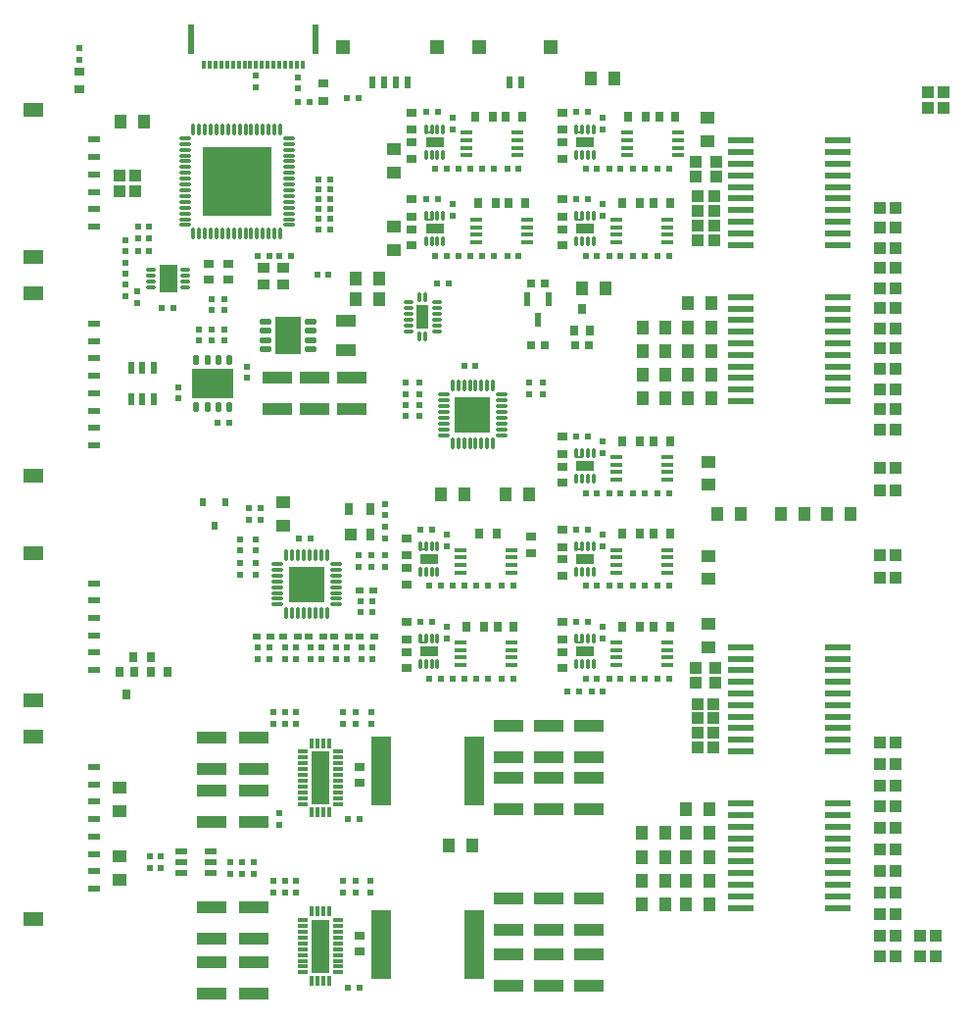
<source format=gtp>
G04 Layer_Color=8421504*
%FSLAX44Y44*%
%MOMM*%
G71*
G01*
G75*
%ADD10R,1.8000X1.0000*%
G04:AMPARAMS|DCode=11|XSize=0.3mm|YSize=0.9mm|CornerRadius=0.03mm|HoleSize=0mm|Usage=FLASHONLY|Rotation=90.000|XOffset=0mm|YOffset=0mm|HoleType=Round|Shape=RoundedRectangle|*
%AMROUNDEDRECTD11*
21,1,0.3000,0.8400,0,0,90.0*
21,1,0.2400,0.9000,0,0,90.0*
1,1,0.0600,0.4200,0.1200*
1,1,0.0600,0.4200,-0.1200*
1,1,0.0600,-0.4200,-0.1200*
1,1,0.0600,-0.4200,0.1200*
%
%ADD11ROUNDEDRECTD11*%
G04:AMPARAMS|DCode=12|XSize=0.3mm|YSize=0.9mm|CornerRadius=0.03mm|HoleSize=0mm|Usage=FLASHONLY|Rotation=0.000|XOffset=0mm|YOffset=0mm|HoleType=Round|Shape=RoundedRectangle|*
%AMROUNDEDRECTD12*
21,1,0.3000,0.8400,0,0,0.0*
21,1,0.2400,0.9000,0,0,0.0*
1,1,0.0600,0.1200,-0.4200*
1,1,0.0600,-0.1200,-0.4200*
1,1,0.0600,-0.1200,0.4200*
1,1,0.0600,0.1200,0.4200*
%
%ADD12ROUNDEDRECTD12*%
%ADD13R,1.6500X4.6500*%
%ADD14R,1.0000X0.5500*%
%ADD15R,0.6000X1.2000*%
%ADD16R,0.6000X1.0500*%
%ADD17R,0.5500X0.8000*%
G04:AMPARAMS|DCode=18|XSize=0.7mm|YSize=1.1mm|CornerRadius=0.035mm|HoleSize=0mm|Usage=FLASHONLY|Rotation=0.000|XOffset=0mm|YOffset=0mm|HoleType=Round|Shape=RoundedRectangle|*
%AMROUNDEDRECTD18*
21,1,0.7000,1.0300,0,0,0.0*
21,1,0.6300,1.1000,0,0,0.0*
1,1,0.0700,0.3150,-0.5150*
1,1,0.0700,-0.3150,-0.5150*
1,1,0.0700,-0.3150,0.5150*
1,1,0.0700,0.3150,0.5150*
%
%ADD18ROUNDEDRECTD18*%
G04:AMPARAMS|DCode=19|XSize=1.1mm|YSize=1.1mm|CornerRadius=0.055mm|HoleSize=0mm|Usage=FLASHONLY|Rotation=0.000|XOffset=0mm|YOffset=0mm|HoleType=Round|Shape=RoundedRectangle|*
%AMROUNDEDRECTD19*
21,1,1.1000,0.9900,0,0,0.0*
21,1,0.9900,1.1000,0,0,0.0*
1,1,0.1100,0.4950,-0.4950*
1,1,0.1100,-0.4950,-0.4950*
1,1,0.1100,-0.4950,0.4950*
1,1,0.1100,0.4950,0.4950*
%
%ADD19ROUNDEDRECTD19*%
G04:AMPARAMS|DCode=20|XSize=0.3mm|YSize=1mm|CornerRadius=0.12mm|HoleSize=0mm|Usage=FLASHONLY|Rotation=90.000|XOffset=0mm|YOffset=0mm|HoleType=Round|Shape=RoundedRectangle|*
%AMROUNDEDRECTD20*
21,1,0.3000,0.7600,0,0,90.0*
21,1,0.0600,1.0000,0,0,90.0*
1,1,0.2400,0.3800,0.0300*
1,1,0.2400,0.3800,-0.0300*
1,1,0.2400,-0.3800,-0.0300*
1,1,0.2400,-0.3800,0.0300*
%
%ADD20ROUNDEDRECTD20*%
G04:AMPARAMS|DCode=21|XSize=0.3mm|YSize=1mm|CornerRadius=0.12mm|HoleSize=0mm|Usage=FLASHONLY|Rotation=0.000|XOffset=0mm|YOffset=0mm|HoleType=Round|Shape=RoundedRectangle|*
%AMROUNDEDRECTD21*
21,1,0.3000,0.7600,0,0,0.0*
21,1,0.0600,1.0000,0,0,0.0*
1,1,0.2400,0.0300,-0.3800*
1,1,0.2400,-0.0300,-0.3800*
1,1,0.2400,-0.0300,0.3800*
1,1,0.2400,0.0300,0.3800*
%
%ADD21ROUNDEDRECTD21*%
%ADD22R,6.0000X6.0000*%
G04:AMPARAMS|DCode=23|XSize=0.3mm|YSize=1mm|CornerRadius=0.075mm|HoleSize=0mm|Usage=FLASHONLY|Rotation=90.000|XOffset=0mm|YOffset=0mm|HoleType=Round|Shape=RoundedRectangle|*
%AMROUNDEDRECTD23*
21,1,0.3000,0.8500,0,0,90.0*
21,1,0.1500,1.0000,0,0,90.0*
1,1,0.1500,0.4250,0.0750*
1,1,0.1500,0.4250,-0.0750*
1,1,0.1500,-0.4250,-0.0750*
1,1,0.1500,-0.4250,0.0750*
%
%ADD23ROUNDEDRECTD23*%
G04:AMPARAMS|DCode=24|XSize=0.3mm|YSize=1mm|CornerRadius=0.075mm|HoleSize=0mm|Usage=FLASHONLY|Rotation=0.000|XOffset=0mm|YOffset=0mm|HoleType=Round|Shape=RoundedRectangle|*
%AMROUNDEDRECTD24*
21,1,0.3000,0.8500,0,0,0.0*
21,1,0.1500,1.0000,0,0,0.0*
1,1,0.1500,0.0750,-0.4250*
1,1,0.1500,-0.0750,-0.4250*
1,1,0.1500,-0.0750,0.4250*
1,1,0.1500,0.0750,0.4250*
%
%ADD24ROUNDEDRECTD24*%
%ADD25R,3.1500X3.1500*%
%ADD26R,1.0500X0.6000*%
%ADD27R,1.8000X1.2500*%
%ADD28R,1.2600X1.3000*%
%ADD29R,0.5000X1.0000*%
%ADD30R,0.7000X0.9000*%
%ADD31R,2.2600X0.6100*%
%ADD32R,1.0000X0.8500*%
%ADD33R,1.1000X2.1000*%
G04:AMPARAMS|DCode=34|XSize=0.3mm|YSize=0.8mm|CornerRadius=0.03mm|HoleSize=0mm|Usage=FLASHONLY|Rotation=0.000|XOffset=0mm|YOffset=0mm|HoleType=Round|Shape=RoundedRectangle|*
%AMROUNDEDRECTD34*
21,1,0.3000,0.7400,0,0,0.0*
21,1,0.2400,0.8000,0,0,0.0*
1,1,0.0600,0.1200,-0.3700*
1,1,0.0600,-0.1200,-0.3700*
1,1,0.0600,-0.1200,0.3700*
1,1,0.0600,0.1200,0.3700*
%
%ADD34ROUNDEDRECTD34*%
G04:AMPARAMS|DCode=35|XSize=0.3mm|YSize=0.8mm|CornerRadius=0.03mm|HoleSize=0mm|Usage=FLASHONLY|Rotation=90.000|XOffset=0mm|YOffset=0mm|HoleType=Round|Shape=RoundedRectangle|*
%AMROUNDEDRECTD35*
21,1,0.3000,0.7400,0,0,90.0*
21,1,0.2400,0.8000,0,0,90.0*
1,1,0.0600,0.3700,0.1200*
1,1,0.0600,0.3700,-0.1200*
1,1,0.0600,-0.3700,-0.1200*
1,1,0.0600,-0.3700,0.1200*
%
%ADD35ROUNDEDRECTD35*%
G04:AMPARAMS|DCode=36|XSize=0.3mm|YSize=0.8mm|CornerRadius=0.075mm|HoleSize=0mm|Usage=FLASHONLY|Rotation=180.000|XOffset=0mm|YOffset=0mm|HoleType=Round|Shape=RoundedRectangle|*
%AMROUNDEDRECTD36*
21,1,0.3000,0.6500,0,0,180.0*
21,1,0.1500,0.8000,0,0,180.0*
1,1,0.1500,-0.0750,0.3250*
1,1,0.1500,0.0750,0.3250*
1,1,0.1500,0.0750,-0.3250*
1,1,0.1500,-0.0750,-0.3250*
%
%ADD36ROUNDEDRECTD36*%
%ADD37R,1.6500X0.9500*%
%ADD38R,0.5000X0.2000*%
%ADD39R,2.3000X3.2000*%
G04:AMPARAMS|DCode=40|XSize=0.45mm|YSize=1mm|CornerRadius=0.045mm|HoleSize=0mm|Usage=FLASHONLY|Rotation=270.000|XOffset=0mm|YOffset=0mm|HoleType=Round|Shape=RoundedRectangle|*
%AMROUNDEDRECTD40*
21,1,0.4500,0.9100,0,0,270.0*
21,1,0.3600,1.0000,0,0,270.0*
1,1,0.0900,-0.4550,-0.1800*
1,1,0.0900,-0.4550,0.1800*
1,1,0.0900,0.4550,0.1800*
1,1,0.0900,0.4550,-0.1800*
%
%ADD40ROUNDEDRECTD40*%
G04:AMPARAMS|DCode=41|XSize=0.45mm|YSize=0.8mm|CornerRadius=0.045mm|HoleSize=0mm|Usage=FLASHONLY|Rotation=0.000|XOffset=0mm|YOffset=0mm|HoleType=Round|Shape=RoundedRectangle|*
%AMROUNDEDRECTD41*
21,1,0.4500,0.7100,0,0,0.0*
21,1,0.3600,0.8000,0,0,0.0*
1,1,0.0900,0.1800,-0.3550*
1,1,0.0900,-0.1800,-0.3550*
1,1,0.0900,-0.1800,0.3550*
1,1,0.0900,0.1800,0.3550*
%
%ADD41ROUNDEDRECTD41*%
%ADD42R,3.6000X2.6000*%
G04:AMPARAMS|DCode=43|XSize=0.3mm|YSize=0.8mm|CornerRadius=0.075mm|HoleSize=0mm|Usage=FLASHONLY|Rotation=270.000|XOffset=0mm|YOffset=0mm|HoleType=Round|Shape=RoundedRectangle|*
%AMROUNDEDRECTD43*
21,1,0.3000,0.6500,0,0,270.0*
21,1,0.1500,0.8000,0,0,270.0*
1,1,0.1500,-0.3250,-0.0750*
1,1,0.1500,-0.3250,0.0750*
1,1,0.1500,0.3250,0.0750*
1,1,0.1500,0.3250,-0.0750*
%
%ADD43ROUNDEDRECTD43*%
%ADD44R,1.6500X2.4000*%
%ADD45R,0.9000X0.8000*%
%ADD46R,2.6000X1.1000*%
%ADD47R,0.6000X2.6000*%
%ADD48R,0.3000X0.7000*%
%ADD49R,1.8000X5.9000*%
%ADD50R,0.8000X0.9000*%
%ADD51R,0.9000X0.7000*%
G04:AMPARAMS|DCode=52|XSize=0.7mm|YSize=0.9mm|CornerRadius=0.035mm|HoleSize=0mm|Usage=FLASHONLY|Rotation=0.000|XOffset=0mm|YOffset=0mm|HoleType=Round|Shape=RoundedRectangle|*
%AMROUNDEDRECTD52*
21,1,0.7000,0.8300,0,0,0.0*
21,1,0.6300,0.9000,0,0,0.0*
1,1,0.0700,0.3150,-0.4150*
1,1,0.0700,-0.3150,-0.4150*
1,1,0.0700,-0.3150,0.4150*
1,1,0.0700,0.3150,0.4150*
%
%ADD52ROUNDEDRECTD52*%
%ADD53R,0.8000X0.7000*%
%ADD54R,0.6000X0.6000*%
%ADD55R,0.8000X0.6000*%
%ADD56R,0.9800X0.9800*%
%ADD57R,1.0000X1.3000*%
%ADD58R,0.6000X0.6000*%
%ADD59R,1.3000X1.0000*%
%ADD60R,0.9800X0.9800*%
G04:AMPARAMS|DCode=61|XSize=0.41mm|YSize=1.1mm|CornerRadius=0.1025mm|HoleSize=0mm|Usage=FLASHONLY|Rotation=90.000|XOffset=0mm|YOffset=0mm|HoleType=Round|Shape=RoundedRectangle|*
%AMROUNDEDRECTD61*
21,1,0.4100,0.8950,0,0,90.0*
21,1,0.2050,1.1000,0,0,90.0*
1,1,0.2050,0.4475,0.1025*
1,1,0.2050,0.4475,-0.1025*
1,1,0.2050,-0.4475,-0.1025*
1,1,0.2050,-0.4475,0.1025*
%
%ADD61ROUNDEDRECTD61*%
%ADD62R,1.0000X1.1000*%
D10*
X209250Y141500D02*
D03*
Y166500D02*
D03*
D11*
X172000Y-350750D02*
D03*
Y-355750D02*
D03*
Y-360750D02*
D03*
Y-365750D02*
D03*
Y-370750D02*
D03*
Y-375750D02*
D03*
Y-380750D02*
D03*
Y-385750D02*
D03*
Y-390750D02*
D03*
Y-395750D02*
D03*
X202000D02*
D03*
Y-390750D02*
D03*
Y-385750D02*
D03*
Y-380750D02*
D03*
Y-375750D02*
D03*
Y-370750D02*
D03*
Y-350750D02*
D03*
Y-355750D02*
D03*
Y-360750D02*
D03*
Y-365750D02*
D03*
X172000Y-205250D02*
D03*
Y-210250D02*
D03*
Y-215250D02*
D03*
Y-220250D02*
D03*
Y-225250D02*
D03*
Y-230250D02*
D03*
Y-235250D02*
D03*
Y-240250D02*
D03*
Y-245250D02*
D03*
Y-250250D02*
D03*
X202000D02*
D03*
Y-245250D02*
D03*
Y-240250D02*
D03*
Y-235250D02*
D03*
Y-230250D02*
D03*
Y-225250D02*
D03*
Y-205250D02*
D03*
Y-210250D02*
D03*
Y-215250D02*
D03*
Y-220250D02*
D03*
D12*
X179500Y-403250D02*
D03*
X184500D02*
D03*
X189500D02*
D03*
X194500D02*
D03*
X179500Y-343250D02*
D03*
X184500D02*
D03*
X189500D02*
D03*
X194500D02*
D03*
X179500Y-257750D02*
D03*
X184500D02*
D03*
X189500D02*
D03*
X194500D02*
D03*
X179500Y-197750D02*
D03*
X184500D02*
D03*
X189500D02*
D03*
X194500D02*
D03*
D13*
X187000Y-373250D02*
D03*
Y-227750D02*
D03*
D14*
X66250Y-291250D02*
D03*
Y-300750D02*
D03*
Y-310250D02*
D03*
X92250Y-310250D02*
D03*
Y-300750D02*
D03*
Y-291250D02*
D03*
D15*
X375000Y167750D02*
D03*
X365500Y185750D02*
D03*
X384500D02*
D03*
D16*
X42500Y126250D02*
D03*
X33000D02*
D03*
X23500D02*
D03*
Y99250D02*
D03*
X33000D02*
D03*
X42500D02*
D03*
D17*
X95000Y-10000D02*
D03*
X104500Y10000D02*
D03*
X85500D02*
D03*
D18*
X211250Y4500D02*
D03*
X230250D02*
D03*
Y-17500D02*
D03*
D19*
X213250D02*
D03*
D20*
X69604Y324354D02*
D03*
Y319354D02*
D03*
Y314354D02*
D03*
Y309354D02*
D03*
Y304354D02*
D03*
Y299354D02*
D03*
Y294354D02*
D03*
Y289354D02*
D03*
Y284354D02*
D03*
Y279354D02*
D03*
Y274354D02*
D03*
Y269354D02*
D03*
Y264354D02*
D03*
Y259354D02*
D03*
Y254354D02*
D03*
Y249354D02*
D03*
X159604D02*
D03*
Y254354D02*
D03*
Y259354D02*
D03*
Y264354D02*
D03*
Y269354D02*
D03*
Y274354D02*
D03*
Y279354D02*
D03*
Y284354D02*
D03*
Y289354D02*
D03*
Y294354D02*
D03*
Y299354D02*
D03*
Y304354D02*
D03*
Y309354D02*
D03*
Y314354D02*
D03*
Y319354D02*
D03*
Y324354D02*
D03*
D21*
X77104Y241854D02*
D03*
X82104D02*
D03*
X87104D02*
D03*
X92104D02*
D03*
X97104D02*
D03*
X102104D02*
D03*
X107104D02*
D03*
X112104D02*
D03*
X117104D02*
D03*
X122104D02*
D03*
X127104D02*
D03*
X132104D02*
D03*
X137104D02*
D03*
X142104D02*
D03*
X147104D02*
D03*
X152104D02*
D03*
Y331854D02*
D03*
X147104D02*
D03*
X142104D02*
D03*
X137104D02*
D03*
X132104D02*
D03*
X127104D02*
D03*
X122104D02*
D03*
X117104D02*
D03*
X112104D02*
D03*
X107104D02*
D03*
X102104D02*
D03*
X97104D02*
D03*
X92104D02*
D03*
X87104D02*
D03*
X82104D02*
D03*
X77104D02*
D03*
D22*
X114604Y286854D02*
D03*
D23*
X150000Y-43250D02*
D03*
Y-48250D02*
D03*
Y-53250D02*
D03*
Y-58250D02*
D03*
Y-63250D02*
D03*
Y-68250D02*
D03*
Y-73250D02*
D03*
Y-78250D02*
D03*
X200000D02*
D03*
Y-73250D02*
D03*
Y-68250D02*
D03*
Y-63250D02*
D03*
Y-58250D02*
D03*
Y-53250D02*
D03*
Y-48250D02*
D03*
Y-43250D02*
D03*
X293500Y103000D02*
D03*
Y98000D02*
D03*
Y93000D02*
D03*
Y88000D02*
D03*
Y83000D02*
D03*
Y78000D02*
D03*
Y73000D02*
D03*
Y68000D02*
D03*
X343500D02*
D03*
Y73000D02*
D03*
Y78000D02*
D03*
Y83000D02*
D03*
Y88000D02*
D03*
Y93000D02*
D03*
Y98000D02*
D03*
Y103000D02*
D03*
D24*
X157500Y-85750D02*
D03*
X162500D02*
D03*
X167500D02*
D03*
X172500D02*
D03*
X177500D02*
D03*
X182500D02*
D03*
X187500D02*
D03*
X192500D02*
D03*
Y-35750D02*
D03*
X187500D02*
D03*
X182500D02*
D03*
X177500D02*
D03*
X172500D02*
D03*
X167500D02*
D03*
X162500D02*
D03*
X157500D02*
D03*
X301000Y60500D02*
D03*
X306000D02*
D03*
X311000D02*
D03*
X316000D02*
D03*
X321000D02*
D03*
X326000D02*
D03*
X331000D02*
D03*
X336000D02*
D03*
Y110500D02*
D03*
X331000D02*
D03*
X326000D02*
D03*
X321000D02*
D03*
X316000D02*
D03*
X311000D02*
D03*
X306000D02*
D03*
X301000D02*
D03*
D25*
X175000Y-60750D02*
D03*
X318500Y85500D02*
D03*
D26*
X-9000Y-218500D02*
D03*
Y-233500D02*
D03*
Y-248500D02*
D03*
Y-263500D02*
D03*
Y-278500D02*
D03*
Y-293500D02*
D03*
Y-308500D02*
D03*
Y-323500D02*
D03*
Y59250D02*
D03*
Y74250D02*
D03*
Y89250D02*
D03*
Y104250D02*
D03*
Y119250D02*
D03*
Y134250D02*
D03*
Y149250D02*
D03*
Y164250D02*
D03*
Y-134750D02*
D03*
Y-119750D02*
D03*
Y-104750D02*
D03*
Y-89750D02*
D03*
Y-74750D02*
D03*
Y-59750D02*
D03*
Y248000D02*
D03*
Y263000D02*
D03*
Y278000D02*
D03*
Y293000D02*
D03*
Y308000D02*
D03*
Y323000D02*
D03*
D27*
X-61000Y-192500D02*
D03*
Y-349500D02*
D03*
Y33250D02*
D03*
Y190250D02*
D03*
Y-160750D02*
D03*
Y-33750D02*
D03*
Y222000D02*
D03*
Y349000D02*
D03*
D28*
X206000Y402650D02*
D03*
X288000D02*
D03*
X386000Y402649D02*
D03*
X324000D02*
D03*
D29*
X232000Y372750D02*
D03*
X262000D02*
D03*
X252000D02*
D03*
X242000D02*
D03*
X360000Y372749D02*
D03*
X350000D02*
D03*
D30*
X463000Y-97000D02*
D03*
X448000D02*
D03*
X55000Y-136750D02*
D03*
X40000D02*
D03*
X468000Y343000D02*
D03*
X453000D02*
D03*
X463000Y63000D02*
D03*
X448000D02*
D03*
X335500Y343000D02*
D03*
X320500D02*
D03*
X463000Y-17000D02*
D03*
X448000D02*
D03*
X338000Y268000D02*
D03*
X323000D02*
D03*
X463000D02*
D03*
X448000D02*
D03*
X339250Y-17250D02*
D03*
X324250D02*
D03*
X25000Y-124000D02*
D03*
X40000D02*
D03*
X328000Y-97000D02*
D03*
X313000D02*
D03*
D31*
X549750Y-115000D02*
D03*
Y-125000D02*
D03*
Y-135000D02*
D03*
Y-145000D02*
D03*
Y-155000D02*
D03*
Y-165000D02*
D03*
Y-175000D02*
D03*
Y-185000D02*
D03*
Y-195000D02*
D03*
Y-205000D02*
D03*
X633550D02*
D03*
Y-195000D02*
D03*
Y-185000D02*
D03*
Y-175000D02*
D03*
Y-165000D02*
D03*
Y-155000D02*
D03*
Y-145000D02*
D03*
Y-135000D02*
D03*
Y-125000D02*
D03*
Y-115000D02*
D03*
X549750Y-250000D02*
D03*
Y-260000D02*
D03*
Y-270000D02*
D03*
Y-280000D02*
D03*
Y-290000D02*
D03*
Y-300000D02*
D03*
Y-310000D02*
D03*
Y-320000D02*
D03*
Y-330000D02*
D03*
Y-340000D02*
D03*
X633550D02*
D03*
Y-330000D02*
D03*
Y-320000D02*
D03*
Y-310000D02*
D03*
Y-300000D02*
D03*
Y-290000D02*
D03*
Y-280000D02*
D03*
Y-270000D02*
D03*
Y-260000D02*
D03*
Y-250000D02*
D03*
X549750Y187300D02*
D03*
Y177300D02*
D03*
Y167300D02*
D03*
Y157300D02*
D03*
Y147300D02*
D03*
Y137300D02*
D03*
Y127300D02*
D03*
Y117300D02*
D03*
Y107300D02*
D03*
Y97300D02*
D03*
X633550D02*
D03*
Y107300D02*
D03*
Y117300D02*
D03*
Y127300D02*
D03*
Y137300D02*
D03*
Y147300D02*
D03*
Y157300D02*
D03*
Y167300D02*
D03*
Y177300D02*
D03*
Y187300D02*
D03*
X549750Y322300D02*
D03*
Y312300D02*
D03*
Y302300D02*
D03*
Y292300D02*
D03*
Y282300D02*
D03*
Y272300D02*
D03*
Y262300D02*
D03*
Y252300D02*
D03*
Y242300D02*
D03*
Y232300D02*
D03*
X633550D02*
D03*
Y242300D02*
D03*
Y252300D02*
D03*
Y262300D02*
D03*
Y272300D02*
D03*
Y282300D02*
D03*
Y292300D02*
D03*
Y302300D02*
D03*
Y312300D02*
D03*
Y322300D02*
D03*
D32*
X137500Y198500D02*
D03*
X154500D02*
D03*
Y212500D02*
D03*
X137500D02*
D03*
D33*
X275250Y170000D02*
D03*
D34*
X272750Y187000D02*
D03*
X277750D02*
D03*
Y153000D02*
D03*
X272750D02*
D03*
D35*
X287250Y182500D02*
D03*
Y177500D02*
D03*
Y172500D02*
D03*
Y167500D02*
D03*
Y162500D02*
D03*
Y157500D02*
D03*
X263250D02*
D03*
Y162500D02*
D03*
Y167500D02*
D03*
Y172500D02*
D03*
Y177500D02*
D03*
Y182500D02*
D03*
D36*
X408000Y235250D02*
D03*
X413000D02*
D03*
X418000D02*
D03*
X423000D02*
D03*
Y257250D02*
D03*
X418000D02*
D03*
X413000D02*
D03*
X408000D02*
D03*
Y-107750D02*
D03*
X413000D02*
D03*
X418000D02*
D03*
X423000D02*
D03*
Y-129750D02*
D03*
X418000D02*
D03*
X413000D02*
D03*
X408000D02*
D03*
Y310250D02*
D03*
X413000D02*
D03*
X418000D02*
D03*
X423000D02*
D03*
Y332250D02*
D03*
X418000D02*
D03*
X413000D02*
D03*
X408000D02*
D03*
Y30250D02*
D03*
X413000D02*
D03*
X418000D02*
D03*
X423000D02*
D03*
Y52250D02*
D03*
X418000D02*
D03*
X413000D02*
D03*
X408000D02*
D03*
X278000Y310250D02*
D03*
X283000D02*
D03*
X288000D02*
D03*
X293000D02*
D03*
Y332250D02*
D03*
X288000D02*
D03*
X283000D02*
D03*
X278000D02*
D03*
X408000Y-49750D02*
D03*
X413000D02*
D03*
X418000D02*
D03*
X423000D02*
D03*
Y-27750D02*
D03*
X418000D02*
D03*
X413000D02*
D03*
X408000D02*
D03*
X278000Y235250D02*
D03*
X283000D02*
D03*
X288000D02*
D03*
X293000D02*
D03*
Y257250D02*
D03*
X288000D02*
D03*
X283000D02*
D03*
X278000D02*
D03*
X273000Y-27750D02*
D03*
X278000D02*
D03*
X283000D02*
D03*
X288000D02*
D03*
Y-49750D02*
D03*
X283000D02*
D03*
X278000D02*
D03*
X273000D02*
D03*
Y-107750D02*
D03*
X278000D02*
D03*
X283000D02*
D03*
X288000D02*
D03*
Y-129750D02*
D03*
X283000D02*
D03*
X278000D02*
D03*
X273000D02*
D03*
D37*
X415500Y246250D02*
D03*
Y-118750D02*
D03*
Y321250D02*
D03*
Y41250D02*
D03*
X285500Y321250D02*
D03*
X415500Y-38750D02*
D03*
X285500Y246250D02*
D03*
X280500Y-38750D02*
D03*
Y-118750D02*
D03*
D38*
X410500Y254250D02*
D03*
Y-110750D02*
D03*
Y329250D02*
D03*
Y49250D02*
D03*
X280500Y329250D02*
D03*
X410500Y-30750D02*
D03*
X280500Y254250D02*
D03*
X275500Y-30750D02*
D03*
Y-110750D02*
D03*
D39*
X159250Y154000D02*
D03*
D40*
X139750Y142000D02*
D03*
Y150000D02*
D03*
Y158000D02*
D03*
Y166000D02*
D03*
X178750D02*
D03*
Y158000D02*
D03*
Y150000D02*
D03*
Y142000D02*
D03*
D41*
X108250Y132500D02*
D03*
X98750D02*
D03*
X89250D02*
D03*
X79750D02*
D03*
Y92500D02*
D03*
X89250D02*
D03*
X98750D02*
D03*
X108250D02*
D03*
D42*
X94000Y112500D02*
D03*
D43*
X70250Y195500D02*
D03*
Y200500D02*
D03*
Y205500D02*
D03*
Y210500D02*
D03*
X40250D02*
D03*
Y205500D02*
D03*
Y200500D02*
D03*
Y195500D02*
D03*
D44*
X55250Y203000D02*
D03*
D45*
X189000Y356250D02*
D03*
Y371250D02*
D03*
X221000Y-377750D02*
D03*
Y-363750D02*
D03*
Y-232250D02*
D03*
Y-218250D02*
D03*
X90500Y202000D02*
D03*
Y216000D02*
D03*
X107000Y202000D02*
D03*
Y216000D02*
D03*
X-21750Y381500D02*
D03*
Y366500D02*
D03*
X396000Y306750D02*
D03*
Y320750D02*
D03*
Y26750D02*
D03*
Y40750D02*
D03*
X266000Y306750D02*
D03*
Y320750D02*
D03*
X396000Y-53250D02*
D03*
Y-39250D02*
D03*
X266000Y231750D02*
D03*
Y245750D02*
D03*
X396000Y231750D02*
D03*
Y245750D02*
D03*
X369250Y-33500D02*
D03*
Y-19500D02*
D03*
X261000Y-60750D02*
D03*
Y-46750D02*
D03*
Y-133250D02*
D03*
Y-119250D02*
D03*
X396000Y-133250D02*
D03*
Y-119250D02*
D03*
D46*
X149250Y117500D02*
D03*
Y90500D02*
D03*
X349750Y-227750D02*
D03*
Y-254750D02*
D03*
X419000Y-380250D02*
D03*
Y-407250D02*
D03*
X349750Y-210000D02*
D03*
Y-183000D02*
D03*
Y-359250D02*
D03*
Y-332250D02*
D03*
X383750Y-380250D02*
D03*
Y-407250D02*
D03*
Y-210000D02*
D03*
Y-183000D02*
D03*
X93250Y-220000D02*
D03*
Y-193000D02*
D03*
X93250Y-339250D02*
D03*
Y-366250D02*
D03*
X129500Y-339250D02*
D03*
Y-366250D02*
D03*
Y-413750D02*
D03*
Y-386750D02*
D03*
X93250Y-413750D02*
D03*
Y-386750D02*
D03*
X129500Y-239000D02*
D03*
Y-266000D02*
D03*
X93250Y-239000D02*
D03*
Y-266000D02*
D03*
X129500Y-220000D02*
D03*
Y-193000D02*
D03*
X419000Y-359250D02*
D03*
Y-332250D02*
D03*
X383750Y-227750D02*
D03*
Y-254750D02*
D03*
X349750Y-380250D02*
D03*
Y-407250D02*
D03*
X419000Y-210000D02*
D03*
Y-183000D02*
D03*
Y-227750D02*
D03*
Y-254750D02*
D03*
X383750Y-359250D02*
D03*
Y-332250D02*
D03*
X181750Y117500D02*
D03*
Y90500D02*
D03*
X214250Y117500D02*
D03*
Y90500D02*
D03*
D47*
X182250Y409750D02*
D03*
X75250D02*
D03*
D48*
X86250Y387750D02*
D03*
X91250D02*
D03*
X96250D02*
D03*
X101250D02*
D03*
X106250D02*
D03*
X111250D02*
D03*
X116250D02*
D03*
X121250D02*
D03*
X171250D02*
D03*
X166250D02*
D03*
X161250D02*
D03*
X156250D02*
D03*
X151250D02*
D03*
X146250D02*
D03*
X141250D02*
D03*
X136250D02*
D03*
X131250D02*
D03*
X126250D02*
D03*
D49*
X239500Y-371750D02*
D03*
X319500D02*
D03*
Y-222250D02*
D03*
X239500D02*
D03*
D50*
X363750Y268000D02*
D03*
X349750D02*
D03*
X493750Y343000D02*
D03*
X479750D02*
D03*
X488750Y63000D02*
D03*
X474750D02*
D03*
X361250Y343000D02*
D03*
X347250D02*
D03*
X488750Y-17000D02*
D03*
X474750D02*
D03*
X488750Y268000D02*
D03*
X474750D02*
D03*
X353750Y-97000D02*
D03*
X339750D02*
D03*
X488750D02*
D03*
X474750D02*
D03*
D51*
X396000Y-108500D02*
D03*
Y-93500D02*
D03*
Y331500D02*
D03*
Y346500D02*
D03*
Y51500D02*
D03*
Y66500D02*
D03*
X266000Y331500D02*
D03*
Y346500D02*
D03*
X396000Y-28500D02*
D03*
Y-13500D02*
D03*
X266000Y256500D02*
D03*
Y271500D02*
D03*
X396000Y256500D02*
D03*
Y271500D02*
D03*
X261000Y-36000D02*
D03*
Y-21000D02*
D03*
Y-108500D02*
D03*
Y-93500D02*
D03*
D52*
X413004Y176886D02*
D03*
X419504Y157886D02*
D03*
X406504D02*
D03*
X26000Y-136750D02*
D03*
X13000D02*
D03*
X19500Y-155750D02*
D03*
D53*
X407004Y145288D02*
D03*
X419004D02*
D03*
X368950D02*
D03*
X380950D02*
D03*
Y199000D02*
D03*
X368950D02*
D03*
D54*
X242750Y-36000D02*
D03*
Y-46000D02*
D03*
X242750Y-11000D02*
D03*
Y-21000D02*
D03*
X217750Y-181000D02*
D03*
Y-171000D02*
D03*
X146250Y-316500D02*
D03*
Y-326500D02*
D03*
X165750D02*
D03*
Y-316500D02*
D03*
X206250Y-171000D02*
D03*
Y-181000D02*
D03*
X230500D02*
D03*
Y-171000D02*
D03*
X146250D02*
D03*
Y-181000D02*
D03*
X165750D02*
D03*
Y-171000D02*
D03*
X151000Y-268500D02*
D03*
Y-258500D02*
D03*
X206234Y-326500D02*
D03*
Y-316500D02*
D03*
X230250Y-316500D02*
D03*
Y-326500D02*
D03*
X156000Y-316500D02*
D03*
Y-326500D02*
D03*
X217734Y-316500D02*
D03*
Y-326500D02*
D03*
X156000Y-181000D02*
D03*
Y-171000D02*
D03*
X92750Y175750D02*
D03*
Y185750D02*
D03*
X103500D02*
D03*
Y175750D02*
D03*
X18750Y236500D02*
D03*
Y226500D02*
D03*
X92750Y149500D02*
D03*
Y159500D02*
D03*
X18750Y198250D02*
D03*
Y188250D02*
D03*
Y207000D02*
D03*
Y217000D02*
D03*
X143000Y-115000D02*
D03*
Y-125000D02*
D03*
X156000D02*
D03*
Y-115000D02*
D03*
X431000Y342250D02*
D03*
Y332250D02*
D03*
Y52250D02*
D03*
Y62250D02*
D03*
X301000Y342250D02*
D03*
Y332250D02*
D03*
X431000Y-27750D02*
D03*
Y-17750D02*
D03*
X301000Y267250D02*
D03*
Y257250D02*
D03*
X431000D02*
D03*
Y267250D02*
D03*
X123750Y127250D02*
D03*
Y117250D02*
D03*
X296000Y-17750D02*
D03*
Y-27750D02*
D03*
X82000Y149500D02*
D03*
Y159500D02*
D03*
X131254Y378021D02*
D03*
Y368021D02*
D03*
X-21750Y392000D02*
D03*
Y402000D02*
D03*
X103500Y159500D02*
D03*
Y149500D02*
D03*
X167460Y367000D02*
D03*
Y377000D02*
D03*
X64250Y109500D02*
D03*
Y99500D02*
D03*
X28250Y191750D02*
D03*
Y181750D02*
D03*
X125000Y-5000D02*
D03*
Y5000D02*
D03*
X135000Y-5000D02*
D03*
Y5000D02*
D03*
X260750Y84250D02*
D03*
Y94250D02*
D03*
X49250Y-295750D02*
D03*
Y-305750D02*
D03*
X119250Y-300750D02*
D03*
Y-310750D02*
D03*
X39250Y-295750D02*
D03*
Y-305750D02*
D03*
X109250Y-300750D02*
D03*
Y-310750D02*
D03*
X296000Y-107750D02*
D03*
Y-97750D02*
D03*
X431000D02*
D03*
Y-107750D02*
D03*
X129250Y-310750D02*
D03*
Y-300750D02*
D03*
X367250Y103500D02*
D03*
Y113500D02*
D03*
X117375Y-21750D02*
D03*
Y-31750D02*
D03*
X272750Y94250D02*
D03*
Y84250D02*
D03*
X117375Y-42500D02*
D03*
Y-52500D02*
D03*
X272750Y113500D02*
D03*
Y103500D02*
D03*
X131000Y-31750D02*
D03*
Y-21750D02*
D03*
X260750Y103500D02*
D03*
Y113500D02*
D03*
X379000Y103500D02*
D03*
Y113500D02*
D03*
X230875Y-46000D02*
D03*
Y-36000D02*
D03*
X220000D02*
D03*
Y-46000D02*
D03*
X131000Y-52500D02*
D03*
Y-42500D02*
D03*
X188000Y-115000D02*
D03*
Y-125000D02*
D03*
X200000D02*
D03*
Y-115000D02*
D03*
X222000Y-115000D02*
D03*
Y-125000D02*
D03*
X221500Y-85000D02*
D03*
Y-75000D02*
D03*
X133000Y-125000D02*
D03*
Y-115000D02*
D03*
X166000D02*
D03*
Y-125000D02*
D03*
X178000D02*
D03*
Y-115000D02*
D03*
X210000D02*
D03*
Y-125000D02*
D03*
X232000Y-125000D02*
D03*
Y-115000D02*
D03*
X231500Y-75000D02*
D03*
Y-85000D02*
D03*
X242750Y8750D02*
D03*
Y-1250D02*
D03*
D55*
X220500Y-66000D02*
D03*
X232500D02*
D03*
X144000Y-106000D02*
D03*
X132000D02*
D03*
X167000D02*
D03*
X155000D02*
D03*
X177000D02*
D03*
X189000D02*
D03*
X199000D02*
D03*
X211000D02*
D03*
X221000D02*
D03*
X233000D02*
D03*
D56*
X13500Y292300D02*
D03*
Y278700D02*
D03*
X27250Y292300D02*
D03*
Y278700D02*
D03*
X725000Y350700D02*
D03*
Y364300D02*
D03*
X711750Y350700D02*
D03*
Y364300D02*
D03*
D57*
X14500Y339000D02*
D03*
X34500D02*
D03*
X524750Y181750D02*
D03*
X504750D02*
D03*
X524750Y161187D02*
D03*
X504750D02*
D03*
X524750Y140625D02*
D03*
X504750D02*
D03*
X524750Y120063D02*
D03*
X504750D02*
D03*
X524750Y99500D02*
D03*
X504750D02*
D03*
X523000Y-255250D02*
D03*
X503000D02*
D03*
X523000Y-275625D02*
D03*
X503000D02*
D03*
X523000Y-296000D02*
D03*
X503000D02*
D03*
X523000Y-316375D02*
D03*
X503000D02*
D03*
X523000Y-336750D02*
D03*
X503000D02*
D03*
X485000Y161250D02*
D03*
X465000D02*
D03*
X485000Y140500D02*
D03*
X465000D02*
D03*
X485250Y120063D02*
D03*
X465250D02*
D03*
X485250Y99500D02*
D03*
X465250D02*
D03*
X484500Y-275625D02*
D03*
X464500D02*
D03*
X484500Y-296000D02*
D03*
X464500D02*
D03*
X484500Y-316375D02*
D03*
X464500D02*
D03*
X484500Y-336750D02*
D03*
X464500D02*
D03*
X440500Y376000D02*
D03*
X420500D02*
D03*
X347250Y17000D02*
D03*
X367250D02*
D03*
X433000Y194750D02*
D03*
X413000D02*
D03*
X625000Y0D02*
D03*
X645000D02*
D03*
X585000Y250D02*
D03*
X605000D02*
D03*
X311250Y17000D02*
D03*
X291250D02*
D03*
X529750Y250D02*
D03*
X549750D02*
D03*
X317750Y-286000D02*
D03*
X297750D02*
D03*
X237750Y203500D02*
D03*
X217750D02*
D03*
X237750Y185000D02*
D03*
X217750D02*
D03*
D58*
X220750Y-408750D02*
D03*
X210750D02*
D03*
Y-263250D02*
D03*
X220750D02*
D03*
X194000Y206500D02*
D03*
X184000D02*
D03*
X108250Y78750D02*
D03*
X98250D02*
D03*
X49500Y178000D02*
D03*
X59500D02*
D03*
X151500Y222250D02*
D03*
X161500D02*
D03*
X143000D02*
D03*
X133000D02*
D03*
X195250Y289000D02*
D03*
X185250D02*
D03*
Y280350D02*
D03*
X195250D02*
D03*
Y263050D02*
D03*
X185250D02*
D03*
Y271700D02*
D03*
X195250D02*
D03*
X29000Y237500D02*
D03*
X39000D02*
D03*
Y248000D02*
D03*
X29000D02*
D03*
X446250Y298000D02*
D03*
X436250D02*
D03*
Y18000D02*
D03*
X446250D02*
D03*
X316250Y298000D02*
D03*
X306250D02*
D03*
X436250Y-62000D02*
D03*
X446250D02*
D03*
X316250Y223000D02*
D03*
X306250D02*
D03*
X436250D02*
D03*
X446250D02*
D03*
X488250Y298000D02*
D03*
X478250D02*
D03*
Y18000D02*
D03*
X488250D02*
D03*
X358250Y298000D02*
D03*
X348250D02*
D03*
X478250Y-62000D02*
D03*
X488250D02*
D03*
X358250Y223000D02*
D03*
X348250D02*
D03*
X478250D02*
D03*
X488250D02*
D03*
X408250Y346750D02*
D03*
X418250D02*
D03*
Y66750D02*
D03*
X408250D02*
D03*
X278250Y346750D02*
D03*
X288250D02*
D03*
X418250Y-13250D02*
D03*
X408250D02*
D03*
X278250Y271750D02*
D03*
X288250D02*
D03*
X418250D02*
D03*
X408250D02*
D03*
X426000Y298000D02*
D03*
X416000D02*
D03*
Y18000D02*
D03*
X426000D02*
D03*
X296000Y298000D02*
D03*
X286000D02*
D03*
X416000Y-62000D02*
D03*
X426000D02*
D03*
X296000Y223000D02*
D03*
X286000D02*
D03*
X416000D02*
D03*
X426000D02*
D03*
X177500Y355250D02*
D03*
X167500D02*
D03*
X466750Y298000D02*
D03*
X456750D02*
D03*
Y18000D02*
D03*
X466750D02*
D03*
X336750Y298000D02*
D03*
X326750D02*
D03*
X456750Y-62000D02*
D03*
X466750D02*
D03*
X336750Y223000D02*
D03*
X326750D02*
D03*
X456750D02*
D03*
X466750D02*
D03*
X311250Y-62000D02*
D03*
X301250D02*
D03*
X353250D02*
D03*
X343250D02*
D03*
X283250Y-13250D02*
D03*
X273250D02*
D03*
X291000Y-62000D02*
D03*
X281000D02*
D03*
X331750D02*
D03*
X321750D02*
D03*
X209500Y359000D02*
D03*
X219500D02*
D03*
X39000Y226500D02*
D03*
X29000D02*
D03*
X185250Y245750D02*
D03*
X195250D02*
D03*
Y254400D02*
D03*
X185250D02*
D03*
X311250Y-142000D02*
D03*
X301250D02*
D03*
X436250D02*
D03*
X446250D02*
D03*
X343250D02*
D03*
X353250D02*
D03*
X488250D02*
D03*
X478250D02*
D03*
X283250Y-93250D02*
D03*
X273250D02*
D03*
X408250D02*
D03*
X418250D02*
D03*
X281000Y-142000D02*
D03*
X291000D02*
D03*
X426000D02*
D03*
X416000D02*
D03*
X331750D02*
D03*
X321750D02*
D03*
X456750D02*
D03*
X466750D02*
D03*
X311000Y127750D02*
D03*
X321000D02*
D03*
X168500Y-21250D02*
D03*
X178500D02*
D03*
X287500Y199000D02*
D03*
X297500D02*
D03*
X421000Y-153500D02*
D03*
X431000D02*
D03*
X400000D02*
D03*
X410000D02*
D03*
D59*
X522500Y25250D02*
D03*
Y45250D02*
D03*
X155000Y-10000D02*
D03*
Y10000D02*
D03*
X250000Y295000D02*
D03*
Y315000D02*
D03*
X522500Y-56250D02*
D03*
Y-36250D02*
D03*
X250000Y228000D02*
D03*
Y248000D02*
D03*
X521000Y342000D02*
D03*
Y322000D02*
D03*
X522500Y-95000D02*
D03*
Y-115000D02*
D03*
X13462Y-256380D02*
D03*
Y-236380D02*
D03*
Y-315430D02*
D03*
Y-295430D02*
D03*
D60*
X670450Y-35900D02*
D03*
X684050D02*
D03*
Y247091D02*
D03*
X670450D02*
D03*
X684050Y-215750D02*
D03*
X670450D02*
D03*
X684050Y-271250D02*
D03*
X670450D02*
D03*
X684050Y-326750D02*
D03*
X670450D02*
D03*
X684050Y-382250D02*
D03*
X670450D02*
D03*
X670450Y264500D02*
D03*
X684050D02*
D03*
X705200Y-363750D02*
D03*
X718800D02*
D03*
X705200Y-382250D02*
D03*
X718800D02*
D03*
X670450Y73000D02*
D03*
X684050D02*
D03*
X684050Y-234250D02*
D03*
X670450D02*
D03*
X684050Y-289750D02*
D03*
X670450D02*
D03*
X684050Y-345250D02*
D03*
X670450D02*
D03*
Y-252750D02*
D03*
X684050D02*
D03*
X670450Y-308250D02*
D03*
X684050D02*
D03*
X670450Y-363750D02*
D03*
X684050D02*
D03*
Y-197250D02*
D03*
X670450D02*
D03*
X684050Y212273D02*
D03*
X670450D02*
D03*
X684050Y160046D02*
D03*
X670450D02*
D03*
X684050Y107818D02*
D03*
X670450D02*
D03*
Y194864D02*
D03*
X684050D02*
D03*
X670450Y142636D02*
D03*
X684050D02*
D03*
X670450Y90409D02*
D03*
X684050D02*
D03*
X670450Y229682D02*
D03*
X684050D02*
D03*
X670450Y177454D02*
D03*
X684050D02*
D03*
X670450Y125227D02*
D03*
X684050D02*
D03*
X670450Y39500D02*
D03*
X684050D02*
D03*
X670450Y20650D02*
D03*
X684050D02*
D03*
Y-54750D02*
D03*
X670450D02*
D03*
X513200Y236500D02*
D03*
X526800D02*
D03*
X512700Y-201500D02*
D03*
X526300D02*
D03*
X513200Y249000D02*
D03*
X526800D02*
D03*
X512700Y-189000D02*
D03*
X526300D02*
D03*
X513200Y261750D02*
D03*
X526800D02*
D03*
X512700Y-176250D02*
D03*
X526300D02*
D03*
X513236Y274128D02*
D03*
X526837D02*
D03*
X512736Y-163872D02*
D03*
X526337D02*
D03*
D61*
X495878Y309448D02*
D03*
Y315948D02*
D03*
Y322448D02*
D03*
Y328948D02*
D03*
X451878Y309448D02*
D03*
Y315948D02*
D03*
Y322448D02*
D03*
Y328948D02*
D03*
X486628Y29448D02*
D03*
Y35948D02*
D03*
Y42448D02*
D03*
Y48948D02*
D03*
X442628Y29448D02*
D03*
Y35948D02*
D03*
Y42448D02*
D03*
Y48948D02*
D03*
X356628Y309448D02*
D03*
Y315948D02*
D03*
Y322448D02*
D03*
Y328948D02*
D03*
X312628Y309448D02*
D03*
Y315948D02*
D03*
Y322448D02*
D03*
Y328948D02*
D03*
X486628Y-50552D02*
D03*
Y-44052D02*
D03*
Y-37552D02*
D03*
Y-31052D02*
D03*
X442628Y-50552D02*
D03*
Y-44052D02*
D03*
Y-37552D02*
D03*
Y-31052D02*
D03*
X365878Y234448D02*
D03*
Y240948D02*
D03*
Y247448D02*
D03*
Y253948D02*
D03*
X321878Y234448D02*
D03*
Y240948D02*
D03*
Y247448D02*
D03*
Y253948D02*
D03*
X486628Y234448D02*
D03*
Y240948D02*
D03*
Y247448D02*
D03*
Y253948D02*
D03*
X442628Y234448D02*
D03*
Y240948D02*
D03*
Y247448D02*
D03*
Y253948D02*
D03*
X307628Y-31052D02*
D03*
Y-37552D02*
D03*
Y-44052D02*
D03*
Y-50552D02*
D03*
X351628Y-31052D02*
D03*
Y-37552D02*
D03*
Y-44052D02*
D03*
Y-50552D02*
D03*
X307628Y-111052D02*
D03*
Y-117552D02*
D03*
Y-124052D02*
D03*
Y-130552D02*
D03*
X351628Y-111052D02*
D03*
Y-117552D02*
D03*
Y-124052D02*
D03*
Y-130552D02*
D03*
X442628Y-111052D02*
D03*
Y-117552D02*
D03*
Y-124052D02*
D03*
Y-130552D02*
D03*
X486628Y-111052D02*
D03*
Y-117552D02*
D03*
Y-124052D02*
D03*
Y-130552D02*
D03*
D62*
X511535Y291250D02*
D03*
X528535D02*
D03*
X511085Y-146000D02*
D03*
X528085D02*
D03*
X511535Y304266D02*
D03*
X528535D02*
D03*
X511085Y-132984D02*
D03*
X528085D02*
D03*
M02*

</source>
